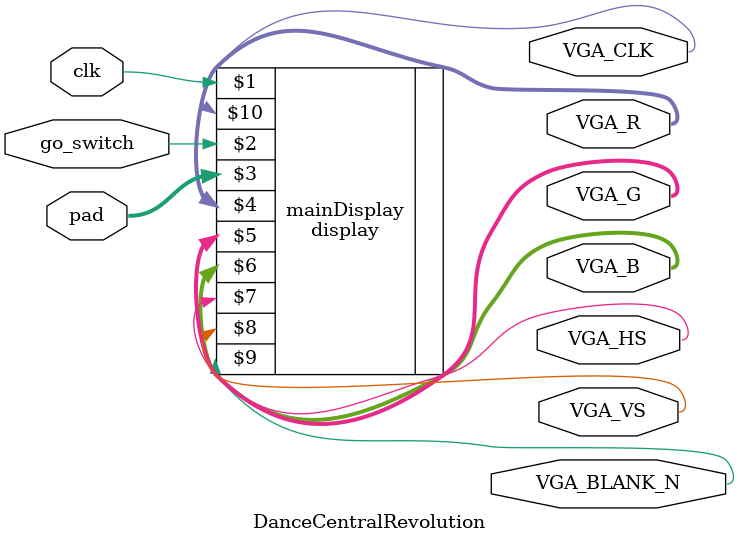
<source format=v>
module DanceCentralRevolution(input clk, input go_switch, input [3:0]pad, output [7:0]VGA_R, output [7:0]VGA_G, output [7:0]VGA_B, output VGA_HS, output VGA_VS, output VGA_BLANK_N, output VGA_CLK);




display mainDisplay(clk, go_switch, pad, VGA_R, VGA_G, VGA_B,VGA_HS, VGA_VS, VGA_BLANK_N, VGA_CLK);
						
							
endmodule


</source>
